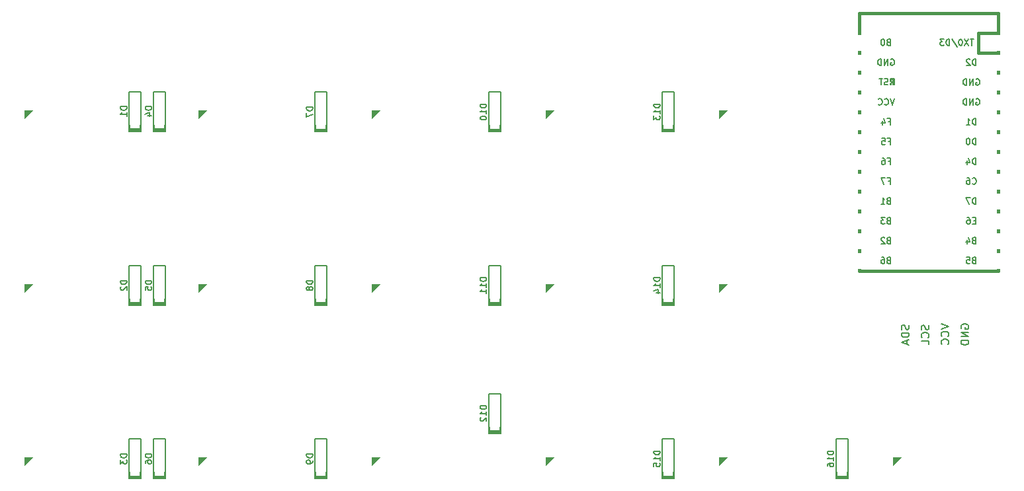
<source format=gbo>
G04 #@! TF.GenerationSoftware,KiCad,Pcbnew,(6.0.1-0)*
G04 #@! TF.CreationDate,2023-03-27T09:33:25-07:00*
G04 #@! TF.ProjectId,pcb-chocmini,7063622d-6368-46f6-936d-696e692e6b69,rev?*
G04 #@! TF.SameCoordinates,Original*
G04 #@! TF.FileFunction,Legend,Bot*
G04 #@! TF.FilePolarity,Positive*
%FSLAX46Y46*%
G04 Gerber Fmt 4.6, Leading zero omitted, Abs format (unit mm)*
G04 Created by KiCad (PCBNEW (6.0.1-0)) date 2023-03-27 09:33:25*
%MOMM*%
%LPD*%
G01*
G04 APERTURE LIST*
%ADD10C,0.150000*%
%ADD11C,0.100000*%
%ADD12C,0.381000*%
%ADD13R,1.752600X1.752600*%
%ADD14C,1.752600*%
%ADD15O,1.200000X1.600000*%
%ADD16R,1.700000X1.000000*%
%ADD17C,1.500000*%
%ADD18O,2.000000X3.200000*%
%ADD19R,2.000000X2.000000*%
%ADD20C,2.000000*%
%ADD21R,1.200000X1.600000*%
%ADD22R,1.600000X1.600000*%
%ADD23C,1.600000*%
%ADD24C,2.200000*%
%ADD25R,1.700000X1.700000*%
%ADD26O,1.700000X1.700000*%
%ADD27R,3.250000X2.000000*%
G04 APERTURE END LIST*
D10*
X157711904Y-66540671D02*
X156911904Y-66540671D01*
X156911904Y-66731147D01*
X156950000Y-66845433D01*
X157026190Y-66921623D01*
X157102380Y-66959719D01*
X157254761Y-66997814D01*
X157369047Y-66997814D01*
X157521428Y-66959719D01*
X157597619Y-66921623D01*
X157673809Y-66845433D01*
X157711904Y-66731147D01*
X157711904Y-66540671D01*
X157711904Y-67759719D02*
X157711904Y-67302576D01*
X157711904Y-67531147D02*
X156911904Y-67531147D01*
X157026190Y-67454957D01*
X157102380Y-67378766D01*
X157140476Y-67302576D01*
X156911904Y-68026385D02*
X156911904Y-68521623D01*
X157216666Y-68254957D01*
X157216666Y-68369242D01*
X157254761Y-68445433D01*
X157292857Y-68483528D01*
X157369047Y-68521623D01*
X157559523Y-68521623D01*
X157635714Y-68483528D01*
X157673809Y-68445433D01*
X157711904Y-68369242D01*
X157711904Y-68140671D01*
X157673809Y-68064480D01*
X157635714Y-68026385D01*
X92624404Y-66852873D02*
X91824404Y-66852873D01*
X91824404Y-67043350D01*
X91862500Y-67157635D01*
X91938690Y-67233826D01*
X92014880Y-67271921D01*
X92167261Y-67310016D01*
X92281547Y-67310016D01*
X92433928Y-67271921D01*
X92510119Y-67233826D01*
X92586309Y-67157635D01*
X92624404Y-67043350D01*
X92624404Y-66852873D01*
X92091071Y-67995730D02*
X92624404Y-67995730D01*
X91786309Y-67805254D02*
X92357738Y-67614778D01*
X92357738Y-68110016D01*
X92624404Y-111371623D02*
X91824404Y-111371623D01*
X91824404Y-111562100D01*
X91862500Y-111676385D01*
X91938690Y-111752576D01*
X92014880Y-111790671D01*
X92167261Y-111828766D01*
X92281547Y-111828766D01*
X92433928Y-111790671D01*
X92510119Y-111752576D01*
X92586309Y-111676385D01*
X92624404Y-111562100D01*
X92624404Y-111371623D01*
X91824404Y-112514480D02*
X91824404Y-112362100D01*
X91862500Y-112285909D01*
X91900595Y-112247814D01*
X92014880Y-112171623D01*
X92167261Y-112133528D01*
X92472023Y-112133528D01*
X92548214Y-112171623D01*
X92586309Y-112209719D01*
X92624404Y-112285909D01*
X92624404Y-112438290D01*
X92586309Y-112514480D01*
X92548214Y-112552576D01*
X92472023Y-112590671D01*
X92281547Y-112590671D01*
X92205357Y-112552576D01*
X92167261Y-112514480D01*
X92129166Y-112438290D01*
X92129166Y-112285909D01*
X92167261Y-112209719D01*
X92205357Y-112171623D01*
X92281547Y-112133528D01*
X113261904Y-111371623D02*
X112461904Y-111371623D01*
X112461904Y-111562100D01*
X112500000Y-111676385D01*
X112576190Y-111752576D01*
X112652380Y-111790671D01*
X112804761Y-111828766D01*
X112919047Y-111828766D01*
X113071428Y-111790671D01*
X113147619Y-111752576D01*
X113223809Y-111676385D01*
X113261904Y-111562100D01*
X113261904Y-111371623D01*
X113261904Y-112209719D02*
X113261904Y-112362100D01*
X113223809Y-112438290D01*
X113185714Y-112476385D01*
X113071428Y-112552576D01*
X112919047Y-112590671D01*
X112614285Y-112590671D01*
X112538095Y-112552576D01*
X112500000Y-112514480D01*
X112461904Y-112438290D01*
X112461904Y-112285909D01*
X112500000Y-112209719D01*
X112538095Y-112171623D01*
X112614285Y-112133528D01*
X112804761Y-112133528D01*
X112880952Y-112171623D01*
X112919047Y-112209719D01*
X112957142Y-112285909D01*
X112957142Y-112438290D01*
X112919047Y-112514480D01*
X112880952Y-112552576D01*
X112804761Y-112590671D01*
X113261904Y-66921623D02*
X112461904Y-66921623D01*
X112461904Y-67112100D01*
X112500000Y-67226385D01*
X112576190Y-67302576D01*
X112652380Y-67340671D01*
X112804761Y-67378766D01*
X112919047Y-67378766D01*
X113071428Y-67340671D01*
X113147619Y-67302576D01*
X113223809Y-67226385D01*
X113261904Y-67112100D01*
X113261904Y-66921623D01*
X112461904Y-67645433D02*
X112461904Y-68178766D01*
X113261904Y-67835909D01*
X113261904Y-89146623D02*
X112461904Y-89146623D01*
X112461904Y-89337100D01*
X112500000Y-89451385D01*
X112576190Y-89527576D01*
X112652380Y-89565671D01*
X112804761Y-89603766D01*
X112919047Y-89603766D01*
X113071428Y-89565671D01*
X113147619Y-89527576D01*
X113223809Y-89451385D01*
X113261904Y-89337100D01*
X113261904Y-89146623D01*
X112804761Y-90060909D02*
X112766666Y-89984719D01*
X112728571Y-89946623D01*
X112652380Y-89908528D01*
X112614285Y-89908528D01*
X112538095Y-89946623D01*
X112500000Y-89984719D01*
X112461904Y-90060909D01*
X112461904Y-90213290D01*
X112500000Y-90289480D01*
X112538095Y-90327576D01*
X112614285Y-90365671D01*
X112652380Y-90365671D01*
X112728571Y-90327576D01*
X112766666Y-90289480D01*
X112804761Y-90213290D01*
X112804761Y-90060909D01*
X112842857Y-89984719D01*
X112880952Y-89946623D01*
X112957142Y-89908528D01*
X113109523Y-89908528D01*
X113185714Y-89946623D01*
X113223809Y-89984719D01*
X113261904Y-90060909D01*
X113261904Y-90213290D01*
X113223809Y-90289480D01*
X113185714Y-90327576D01*
X113109523Y-90365671D01*
X112957142Y-90365671D01*
X112880952Y-90327576D01*
X112842857Y-90289480D01*
X112804761Y-90213290D01*
X135486904Y-66540671D02*
X134686904Y-66540671D01*
X134686904Y-66731147D01*
X134725000Y-66845433D01*
X134801190Y-66921623D01*
X134877380Y-66959719D01*
X135029761Y-66997814D01*
X135144047Y-66997814D01*
X135296428Y-66959719D01*
X135372619Y-66921623D01*
X135448809Y-66845433D01*
X135486904Y-66731147D01*
X135486904Y-66540671D01*
X135486904Y-67759719D02*
X135486904Y-67302576D01*
X135486904Y-67531147D02*
X134686904Y-67531147D01*
X134801190Y-67454957D01*
X134877380Y-67378766D01*
X134915476Y-67302576D01*
X134686904Y-68254957D02*
X134686904Y-68331147D01*
X134725000Y-68407338D01*
X134763095Y-68445433D01*
X134839285Y-68483528D01*
X134991666Y-68521623D01*
X135182142Y-68521623D01*
X135334523Y-68483528D01*
X135410714Y-68445433D01*
X135448809Y-68407338D01*
X135486904Y-68331147D01*
X135486904Y-68254957D01*
X135448809Y-68178766D01*
X135410714Y-68140671D01*
X135334523Y-68102576D01*
X135182142Y-68064480D01*
X134991666Y-68064480D01*
X134839285Y-68102576D01*
X134763095Y-68140671D01*
X134725000Y-68178766D01*
X134686904Y-68254957D01*
X92624404Y-89146623D02*
X91824404Y-89146623D01*
X91824404Y-89337100D01*
X91862500Y-89451385D01*
X91938690Y-89527576D01*
X92014880Y-89565671D01*
X92167261Y-89603766D01*
X92281547Y-89603766D01*
X92433928Y-89565671D01*
X92510119Y-89527576D01*
X92586309Y-89451385D01*
X92624404Y-89337100D01*
X92624404Y-89146623D01*
X91824404Y-90327576D02*
X91824404Y-89946623D01*
X92205357Y-89908528D01*
X92167261Y-89946623D01*
X92129166Y-90022814D01*
X92129166Y-90213290D01*
X92167261Y-90289480D01*
X92205357Y-90327576D01*
X92281547Y-90365671D01*
X92472023Y-90365671D01*
X92548214Y-90327576D01*
X92586309Y-90289480D01*
X92624404Y-90213290D01*
X92624404Y-90022814D01*
X92586309Y-89946623D01*
X92548214Y-89908528D01*
X196257500Y-95281845D02*
X196209880Y-95186607D01*
X196209880Y-95043750D01*
X196257500Y-94900892D01*
X196352738Y-94805654D01*
X196447976Y-94758035D01*
X196638452Y-94710416D01*
X196781309Y-94710416D01*
X196971785Y-94758035D01*
X197067023Y-94805654D01*
X197162261Y-94900892D01*
X197209880Y-95043750D01*
X197209880Y-95138988D01*
X197162261Y-95281845D01*
X197114642Y-95329464D01*
X196781309Y-95329464D01*
X196781309Y-95138988D01*
X197209880Y-95758035D02*
X196209880Y-95758035D01*
X197209880Y-96329464D01*
X196209880Y-96329464D01*
X197209880Y-96805654D02*
X196209880Y-96805654D01*
X196209880Y-97043750D01*
X196257500Y-97186607D01*
X196352738Y-97281845D01*
X196447976Y-97329464D01*
X196638452Y-97377083D01*
X196781309Y-97377083D01*
X196971785Y-97329464D01*
X197067023Y-97281845D01*
X197162261Y-97186607D01*
X197209880Y-97043750D01*
X197209880Y-96805654D01*
X192082261Y-94853273D02*
X192129880Y-94996130D01*
X192129880Y-95234226D01*
X192082261Y-95329464D01*
X192034642Y-95377083D01*
X191939404Y-95424702D01*
X191844166Y-95424702D01*
X191748928Y-95377083D01*
X191701309Y-95329464D01*
X191653690Y-95234226D01*
X191606071Y-95043750D01*
X191558452Y-94948511D01*
X191510833Y-94900892D01*
X191415595Y-94853273D01*
X191320357Y-94853273D01*
X191225119Y-94900892D01*
X191177500Y-94948511D01*
X191129880Y-95043750D01*
X191129880Y-95281845D01*
X191177500Y-95424702D01*
X192034642Y-96424702D02*
X192082261Y-96377083D01*
X192129880Y-96234226D01*
X192129880Y-96138988D01*
X192082261Y-95996130D01*
X191987023Y-95900892D01*
X191891785Y-95853273D01*
X191701309Y-95805654D01*
X191558452Y-95805654D01*
X191367976Y-95853273D01*
X191272738Y-95900892D01*
X191177500Y-95996130D01*
X191129880Y-96138988D01*
X191129880Y-96234226D01*
X191177500Y-96377083D01*
X191225119Y-96424702D01*
X192129880Y-97329464D02*
X192129880Y-96853273D01*
X191129880Y-96853273D01*
X193669880Y-94710416D02*
X194669880Y-95043750D01*
X193669880Y-95377083D01*
X194574642Y-96281845D02*
X194622261Y-96234226D01*
X194669880Y-96091369D01*
X194669880Y-95996130D01*
X194622261Y-95853273D01*
X194527023Y-95758035D01*
X194431785Y-95710416D01*
X194241309Y-95662797D01*
X194098452Y-95662797D01*
X193907976Y-95710416D01*
X193812738Y-95758035D01*
X193717500Y-95853273D01*
X193669880Y-95996130D01*
X193669880Y-96091369D01*
X193717500Y-96234226D01*
X193765119Y-96281845D01*
X194574642Y-97281845D02*
X194622261Y-97234226D01*
X194669880Y-97091369D01*
X194669880Y-96996130D01*
X194622261Y-96853273D01*
X194527023Y-96758035D01*
X194431785Y-96710416D01*
X194241309Y-96662797D01*
X194098452Y-96662797D01*
X193907976Y-96710416D01*
X193812738Y-96758035D01*
X193717500Y-96853273D01*
X193669880Y-96996130D01*
X193669880Y-97091369D01*
X193717500Y-97234226D01*
X193765119Y-97281845D01*
X189542261Y-94829464D02*
X189589880Y-94972321D01*
X189589880Y-95210416D01*
X189542261Y-95305654D01*
X189494642Y-95353273D01*
X189399404Y-95400892D01*
X189304166Y-95400892D01*
X189208928Y-95353273D01*
X189161309Y-95305654D01*
X189113690Y-95210416D01*
X189066071Y-95019940D01*
X189018452Y-94924702D01*
X188970833Y-94877083D01*
X188875595Y-94829464D01*
X188780357Y-94829464D01*
X188685119Y-94877083D01*
X188637500Y-94924702D01*
X188589880Y-95019940D01*
X188589880Y-95258035D01*
X188637500Y-95400892D01*
X189589880Y-95829464D02*
X188589880Y-95829464D01*
X188589880Y-96067559D01*
X188637500Y-96210416D01*
X188732738Y-96305654D01*
X188827976Y-96353273D01*
X189018452Y-96400892D01*
X189161309Y-96400892D01*
X189351785Y-96353273D01*
X189447023Y-96305654D01*
X189542261Y-96210416D01*
X189589880Y-96067559D01*
X189589880Y-95829464D01*
X189304166Y-96781845D02*
X189304166Y-97258035D01*
X189589880Y-96686607D02*
X188589880Y-97019940D01*
X189589880Y-97353273D01*
X135486904Y-105178171D02*
X134686904Y-105178171D01*
X134686904Y-105368647D01*
X134725000Y-105482933D01*
X134801190Y-105559123D01*
X134877380Y-105597219D01*
X135029761Y-105635314D01*
X135144047Y-105635314D01*
X135296428Y-105597219D01*
X135372619Y-105559123D01*
X135448809Y-105482933D01*
X135486904Y-105368647D01*
X135486904Y-105178171D01*
X135486904Y-106397219D02*
X135486904Y-105940076D01*
X135486904Y-106168647D02*
X134686904Y-106168647D01*
X134801190Y-106092457D01*
X134877380Y-106016266D01*
X134915476Y-105940076D01*
X134763095Y-106701980D02*
X134725000Y-106740076D01*
X134686904Y-106816266D01*
X134686904Y-107006742D01*
X134725000Y-107082933D01*
X134763095Y-107121028D01*
X134839285Y-107159123D01*
X134915476Y-107159123D01*
X135029761Y-107121028D01*
X135486904Y-106663885D01*
X135486904Y-107159123D01*
X157711904Y-110990671D02*
X156911904Y-110990671D01*
X156911904Y-111181147D01*
X156950000Y-111295433D01*
X157026190Y-111371623D01*
X157102380Y-111409719D01*
X157254761Y-111447814D01*
X157369047Y-111447814D01*
X157521428Y-111409719D01*
X157597619Y-111371623D01*
X157673809Y-111295433D01*
X157711904Y-111181147D01*
X157711904Y-110990671D01*
X157711904Y-112209719D02*
X157711904Y-111752576D01*
X157711904Y-111981147D02*
X156911904Y-111981147D01*
X157026190Y-111904957D01*
X157102380Y-111828766D01*
X157140476Y-111752576D01*
X156911904Y-112933528D02*
X156911904Y-112552576D01*
X157292857Y-112514480D01*
X157254761Y-112552576D01*
X157216666Y-112628766D01*
X157216666Y-112819242D01*
X157254761Y-112895433D01*
X157292857Y-112933528D01*
X157369047Y-112971623D01*
X157559523Y-112971623D01*
X157635714Y-112933528D01*
X157673809Y-112895433D01*
X157711904Y-112819242D01*
X157711904Y-112628766D01*
X157673809Y-112552576D01*
X157635714Y-112514480D01*
X89449404Y-89146623D02*
X88649404Y-89146623D01*
X88649404Y-89337100D01*
X88687500Y-89451385D01*
X88763690Y-89527576D01*
X88839880Y-89565671D01*
X88992261Y-89603766D01*
X89106547Y-89603766D01*
X89258928Y-89565671D01*
X89335119Y-89527576D01*
X89411309Y-89451385D01*
X89449404Y-89337100D01*
X89449404Y-89146623D01*
X88725595Y-89908528D02*
X88687500Y-89946623D01*
X88649404Y-90022814D01*
X88649404Y-90213290D01*
X88687500Y-90289480D01*
X88725595Y-90327576D01*
X88801785Y-90365671D01*
X88877976Y-90365671D01*
X88992261Y-90327576D01*
X89449404Y-89870433D01*
X89449404Y-90365671D01*
X157711904Y-88765671D02*
X156911904Y-88765671D01*
X156911904Y-88956147D01*
X156950000Y-89070433D01*
X157026190Y-89146623D01*
X157102380Y-89184719D01*
X157254761Y-89222814D01*
X157369047Y-89222814D01*
X157521428Y-89184719D01*
X157597619Y-89146623D01*
X157673809Y-89070433D01*
X157711904Y-88956147D01*
X157711904Y-88765671D01*
X157711904Y-89984719D02*
X157711904Y-89527576D01*
X157711904Y-89756147D02*
X156911904Y-89756147D01*
X157026190Y-89679957D01*
X157102380Y-89603766D01*
X157140476Y-89527576D01*
X157178571Y-90670433D02*
X157711904Y-90670433D01*
X156873809Y-90479957D02*
X157445238Y-90289480D01*
X157445238Y-90784719D01*
X89449404Y-111371623D02*
X88649404Y-111371623D01*
X88649404Y-111562100D01*
X88687500Y-111676385D01*
X88763690Y-111752576D01*
X88839880Y-111790671D01*
X88992261Y-111828766D01*
X89106547Y-111828766D01*
X89258928Y-111790671D01*
X89335119Y-111752576D01*
X89411309Y-111676385D01*
X89449404Y-111562100D01*
X89449404Y-111371623D01*
X88649404Y-112095433D02*
X88649404Y-112590671D01*
X88954166Y-112324004D01*
X88954166Y-112438290D01*
X88992261Y-112514480D01*
X89030357Y-112552576D01*
X89106547Y-112590671D01*
X89297023Y-112590671D01*
X89373214Y-112552576D01*
X89411309Y-112514480D01*
X89449404Y-112438290D01*
X89449404Y-112209719D01*
X89411309Y-112133528D01*
X89373214Y-112095433D01*
X179936904Y-110990671D02*
X179136904Y-110990671D01*
X179136904Y-111181147D01*
X179175000Y-111295433D01*
X179251190Y-111371623D01*
X179327380Y-111409719D01*
X179479761Y-111447814D01*
X179594047Y-111447814D01*
X179746428Y-111409719D01*
X179822619Y-111371623D01*
X179898809Y-111295433D01*
X179936904Y-111181147D01*
X179936904Y-110990671D01*
X179936904Y-112209719D02*
X179936904Y-111752576D01*
X179936904Y-111981147D02*
X179136904Y-111981147D01*
X179251190Y-111904957D01*
X179327380Y-111828766D01*
X179365476Y-111752576D01*
X179136904Y-112895433D02*
X179136904Y-112743052D01*
X179175000Y-112666861D01*
X179213095Y-112628766D01*
X179327380Y-112552576D01*
X179479761Y-112514480D01*
X179784523Y-112514480D01*
X179860714Y-112552576D01*
X179898809Y-112590671D01*
X179936904Y-112666861D01*
X179936904Y-112819242D01*
X179898809Y-112895433D01*
X179860714Y-112933528D01*
X179784523Y-112971623D01*
X179594047Y-112971623D01*
X179517857Y-112933528D01*
X179479761Y-112895433D01*
X179441666Y-112819242D01*
X179441666Y-112666861D01*
X179479761Y-112590671D01*
X179517857Y-112552576D01*
X179594047Y-112514480D01*
X89449404Y-66852873D02*
X88649404Y-66852873D01*
X88649404Y-67043350D01*
X88687500Y-67157635D01*
X88763690Y-67233826D01*
X88839880Y-67271921D01*
X88992261Y-67310016D01*
X89106547Y-67310016D01*
X89258928Y-67271921D01*
X89335119Y-67233826D01*
X89411309Y-67157635D01*
X89449404Y-67043350D01*
X89449404Y-66852873D01*
X89449404Y-68071921D02*
X89449404Y-67614778D01*
X89449404Y-67843350D02*
X88649404Y-67843350D01*
X88763690Y-67767159D01*
X88839880Y-67690969D01*
X88877976Y-67614778D01*
X135486904Y-88765671D02*
X134686904Y-88765671D01*
X134686904Y-88956147D01*
X134725000Y-89070433D01*
X134801190Y-89146623D01*
X134877380Y-89184719D01*
X135029761Y-89222814D01*
X135144047Y-89222814D01*
X135296428Y-89184719D01*
X135372619Y-89146623D01*
X135448809Y-89070433D01*
X135486904Y-88956147D01*
X135486904Y-88765671D01*
X135486904Y-89984719D02*
X135486904Y-89527576D01*
X135486904Y-89756147D02*
X134686904Y-89756147D01*
X134801190Y-89679957D01*
X134877380Y-89603766D01*
X134915476Y-89527576D01*
X135486904Y-90746623D02*
X135486904Y-90289480D01*
X135486904Y-90518052D02*
X134686904Y-90518052D01*
X134801190Y-90441861D01*
X134877380Y-90365671D01*
X134915476Y-90289480D01*
X198158023Y-65880500D02*
X198234214Y-65842404D01*
X198348500Y-65842404D01*
X198462785Y-65880500D01*
X198538976Y-65956690D01*
X198577071Y-66032880D01*
X198615166Y-66185261D01*
X198615166Y-66299547D01*
X198577071Y-66451928D01*
X198538976Y-66528119D01*
X198462785Y-66604309D01*
X198348500Y-66642404D01*
X198272309Y-66642404D01*
X198158023Y-66604309D01*
X198119928Y-66566214D01*
X198119928Y-66299547D01*
X198272309Y-66299547D01*
X197777071Y-66642404D02*
X197777071Y-65842404D01*
X197319928Y-66642404D01*
X197319928Y-65842404D01*
X196938976Y-66642404D02*
X196938976Y-65842404D01*
X196748500Y-65842404D01*
X196634214Y-65880500D01*
X196558023Y-65956690D01*
X196519928Y-66032880D01*
X196481833Y-66185261D01*
X196481833Y-66299547D01*
X196519928Y-66451928D01*
X196558023Y-66528119D01*
X196634214Y-66604309D01*
X196748500Y-66642404D01*
X196938976Y-66642404D01*
X198158023Y-63340500D02*
X198234214Y-63302404D01*
X198348500Y-63302404D01*
X198462785Y-63340500D01*
X198538976Y-63416690D01*
X198577071Y-63492880D01*
X198615166Y-63645261D01*
X198615166Y-63759547D01*
X198577071Y-63911928D01*
X198538976Y-63988119D01*
X198462785Y-64064309D01*
X198348500Y-64102404D01*
X198272309Y-64102404D01*
X198158023Y-64064309D01*
X198119928Y-64026214D01*
X198119928Y-63759547D01*
X198272309Y-63759547D01*
X197777071Y-64102404D02*
X197777071Y-63302404D01*
X197319928Y-64102404D01*
X197319928Y-63302404D01*
X196938976Y-64102404D02*
X196938976Y-63302404D01*
X196748500Y-63302404D01*
X196634214Y-63340500D01*
X196558023Y-63416690D01*
X196519928Y-63492880D01*
X196481833Y-63645261D01*
X196481833Y-63759547D01*
X196519928Y-63911928D01*
X196558023Y-63988119D01*
X196634214Y-64064309D01*
X196748500Y-64102404D01*
X196938976Y-64102404D01*
X197849848Y-58222404D02*
X197392705Y-58222404D01*
X197621276Y-59022404D02*
X197621276Y-58222404D01*
X197202229Y-58222404D02*
X196668895Y-59022404D01*
X196668895Y-58222404D02*
X197202229Y-59022404D01*
X196211752Y-58222404D02*
X196135562Y-58222404D01*
X196059372Y-58260500D01*
X196021276Y-58298595D01*
X195983181Y-58374785D01*
X195945086Y-58527166D01*
X195945086Y-58717642D01*
X195983181Y-58870023D01*
X196021276Y-58946214D01*
X196059372Y-58984309D01*
X196135562Y-59022404D01*
X196211752Y-59022404D01*
X196287943Y-58984309D01*
X196326038Y-58946214D01*
X196364133Y-58870023D01*
X196402229Y-58717642D01*
X196402229Y-58527166D01*
X196364133Y-58374785D01*
X196326038Y-58298595D01*
X196287943Y-58260500D01*
X196211752Y-58222404D01*
X195030800Y-58184309D02*
X195716514Y-59212880D01*
X194764133Y-59022404D02*
X194764133Y-58222404D01*
X194573657Y-58222404D01*
X194459372Y-58260500D01*
X194383181Y-58336690D01*
X194345086Y-58412880D01*
X194306991Y-58565261D01*
X194306991Y-58679547D01*
X194345086Y-58831928D01*
X194383181Y-58908119D01*
X194459372Y-58984309D01*
X194573657Y-59022404D01*
X194764133Y-59022404D01*
X194040324Y-58222404D02*
X193545086Y-58222404D01*
X193811752Y-58527166D01*
X193697467Y-58527166D01*
X193621276Y-58565261D01*
X193583181Y-58603357D01*
X193545086Y-58679547D01*
X193545086Y-58870023D01*
X193583181Y-58946214D01*
X193621276Y-58984309D01*
X193697467Y-59022404D01*
X193926038Y-59022404D01*
X194002229Y-58984309D01*
X194040324Y-58946214D01*
X198138976Y-74262404D02*
X198138976Y-73462404D01*
X197948500Y-73462404D01*
X197834214Y-73500500D01*
X197758023Y-73576690D01*
X197719928Y-73652880D01*
X197681833Y-73805261D01*
X197681833Y-73919547D01*
X197719928Y-74071928D01*
X197758023Y-74148119D01*
X197834214Y-74224309D01*
X197948500Y-74262404D01*
X198138976Y-74262404D01*
X196996119Y-73729071D02*
X196996119Y-74262404D01*
X197186595Y-73424309D02*
X197377071Y-73995738D01*
X196881833Y-73995738D01*
X198138976Y-79342404D02*
X198138976Y-78542404D01*
X197948500Y-78542404D01*
X197834214Y-78580500D01*
X197758023Y-78656690D01*
X197719928Y-78732880D01*
X197681833Y-78885261D01*
X197681833Y-78999547D01*
X197719928Y-79151928D01*
X197758023Y-79228119D01*
X197834214Y-79304309D01*
X197948500Y-79342404D01*
X198138976Y-79342404D01*
X197415166Y-78542404D02*
X196881833Y-78542404D01*
X197224690Y-79342404D01*
X197872309Y-84003357D02*
X197758023Y-84041452D01*
X197719928Y-84079547D01*
X197681833Y-84155738D01*
X197681833Y-84270023D01*
X197719928Y-84346214D01*
X197758023Y-84384309D01*
X197834214Y-84422404D01*
X198138976Y-84422404D01*
X198138976Y-83622404D01*
X197872309Y-83622404D01*
X197796119Y-83660500D01*
X197758023Y-83698595D01*
X197719928Y-83774785D01*
X197719928Y-83850976D01*
X197758023Y-83927166D01*
X197796119Y-83965261D01*
X197872309Y-84003357D01*
X198138976Y-84003357D01*
X196996119Y-83889071D02*
X196996119Y-84422404D01*
X197186595Y-83584309D02*
X197377071Y-84155738D01*
X196881833Y-84155738D01*
X186950309Y-84003357D02*
X186836023Y-84041452D01*
X186797928Y-84079547D01*
X186759833Y-84155738D01*
X186759833Y-84270023D01*
X186797928Y-84346214D01*
X186836023Y-84384309D01*
X186912214Y-84422404D01*
X187216976Y-84422404D01*
X187216976Y-83622404D01*
X186950309Y-83622404D01*
X186874119Y-83660500D01*
X186836023Y-83698595D01*
X186797928Y-83774785D01*
X186797928Y-83850976D01*
X186836023Y-83927166D01*
X186874119Y-83965261D01*
X186950309Y-84003357D01*
X187216976Y-84003357D01*
X186455071Y-83698595D02*
X186416976Y-83660500D01*
X186340785Y-83622404D01*
X186150309Y-83622404D01*
X186074119Y-83660500D01*
X186036023Y-83698595D01*
X185997928Y-83774785D01*
X185997928Y-83850976D01*
X186036023Y-83965261D01*
X186493166Y-84422404D01*
X185997928Y-84422404D01*
X186893166Y-76383357D02*
X187159833Y-76383357D01*
X187159833Y-76802404D02*
X187159833Y-76002404D01*
X186778880Y-76002404D01*
X186550309Y-76002404D02*
X186016976Y-76002404D01*
X186359833Y-76802404D01*
X198138976Y-71722404D02*
X198138976Y-70922404D01*
X197948500Y-70922404D01*
X197834214Y-70960500D01*
X197758023Y-71036690D01*
X197719928Y-71112880D01*
X197681833Y-71265261D01*
X197681833Y-71379547D01*
X197719928Y-71531928D01*
X197758023Y-71608119D01*
X197834214Y-71684309D01*
X197948500Y-71722404D01*
X198138976Y-71722404D01*
X197186595Y-70922404D02*
X197110404Y-70922404D01*
X197034214Y-70960500D01*
X196996119Y-70998595D01*
X196958023Y-71074785D01*
X196919928Y-71227166D01*
X196919928Y-71417642D01*
X196958023Y-71570023D01*
X196996119Y-71646214D01*
X197034214Y-71684309D01*
X197110404Y-71722404D01*
X197186595Y-71722404D01*
X197262785Y-71684309D01*
X197300880Y-71646214D01*
X197338976Y-71570023D01*
X197377071Y-71417642D01*
X197377071Y-71227166D01*
X197338976Y-71074785D01*
X197300880Y-70998595D01*
X197262785Y-70960500D01*
X197186595Y-70922404D01*
X197681833Y-76726214D02*
X197719928Y-76764309D01*
X197834214Y-76802404D01*
X197910404Y-76802404D01*
X198024690Y-76764309D01*
X198100880Y-76688119D01*
X198138976Y-76611928D01*
X198177071Y-76459547D01*
X198177071Y-76345261D01*
X198138976Y-76192880D01*
X198100880Y-76116690D01*
X198024690Y-76040500D01*
X197910404Y-76002404D01*
X197834214Y-76002404D01*
X197719928Y-76040500D01*
X197681833Y-76078595D01*
X196996119Y-76002404D02*
X197148500Y-76002404D01*
X197224690Y-76040500D01*
X197262785Y-76078595D01*
X197338976Y-76192880D01*
X197377071Y-76345261D01*
X197377071Y-76650023D01*
X197338976Y-76726214D01*
X197300880Y-76764309D01*
X197224690Y-76802404D01*
X197072309Y-76802404D01*
X196996119Y-76764309D01*
X196958023Y-76726214D01*
X196919928Y-76650023D01*
X196919928Y-76459547D01*
X196958023Y-76383357D01*
X196996119Y-76345261D01*
X197072309Y-76307166D01*
X197224690Y-76307166D01*
X197300880Y-76345261D01*
X197338976Y-76383357D01*
X197377071Y-76459547D01*
X186887713Y-64034309D02*
X186773427Y-64072404D01*
X186582951Y-64072404D01*
X186506760Y-64034309D01*
X186468665Y-63996214D01*
X186430570Y-63920023D01*
X186430570Y-63843833D01*
X186468665Y-63767642D01*
X186506760Y-63729547D01*
X186582951Y-63691452D01*
X186735332Y-63653357D01*
X186811522Y-63615261D01*
X186849618Y-63577166D01*
X186887713Y-63500976D01*
X186887713Y-63424785D01*
X186849618Y-63348595D01*
X186811522Y-63310500D01*
X186735332Y-63272404D01*
X186544856Y-63272404D01*
X186430570Y-63310500D01*
X186201999Y-63272404D02*
X185744856Y-63272404D01*
X185973427Y-64072404D02*
X185973427Y-63272404D01*
X186893166Y-73843357D02*
X187159833Y-73843357D01*
X187159833Y-74262404D02*
X187159833Y-73462404D01*
X186778880Y-73462404D01*
X186131261Y-73462404D02*
X186283642Y-73462404D01*
X186359833Y-73500500D01*
X186397928Y-73538595D01*
X186474119Y-73652880D01*
X186512214Y-73805261D01*
X186512214Y-74110023D01*
X186474119Y-74186214D01*
X186436023Y-74224309D01*
X186359833Y-74262404D01*
X186207452Y-74262404D01*
X186131261Y-74224309D01*
X186093166Y-74186214D01*
X186055071Y-74110023D01*
X186055071Y-73919547D01*
X186093166Y-73843357D01*
X186131261Y-73805261D01*
X186207452Y-73767166D01*
X186359833Y-73767166D01*
X186436023Y-73805261D01*
X186474119Y-73843357D01*
X186512214Y-73919547D01*
X186950309Y-81463357D02*
X186836023Y-81501452D01*
X186797928Y-81539547D01*
X186759833Y-81615738D01*
X186759833Y-81730023D01*
X186797928Y-81806214D01*
X186836023Y-81844309D01*
X186912214Y-81882404D01*
X187216976Y-81882404D01*
X187216976Y-81082404D01*
X186950309Y-81082404D01*
X186874119Y-81120500D01*
X186836023Y-81158595D01*
X186797928Y-81234785D01*
X186797928Y-81310976D01*
X186836023Y-81387166D01*
X186874119Y-81425261D01*
X186950309Y-81463357D01*
X187216976Y-81463357D01*
X186493166Y-81082404D02*
X185997928Y-81082404D01*
X186264595Y-81387166D01*
X186150309Y-81387166D01*
X186074119Y-81425261D01*
X186036023Y-81463357D01*
X185997928Y-81539547D01*
X185997928Y-81730023D01*
X186036023Y-81806214D01*
X186074119Y-81844309D01*
X186150309Y-81882404D01*
X186378880Y-81882404D01*
X186455071Y-81844309D01*
X186493166Y-81806214D01*
X187693166Y-65842404D02*
X187426500Y-66642404D01*
X187159833Y-65842404D01*
X186436023Y-66566214D02*
X186474119Y-66604309D01*
X186588404Y-66642404D01*
X186664595Y-66642404D01*
X186778880Y-66604309D01*
X186855071Y-66528119D01*
X186893166Y-66451928D01*
X186931261Y-66299547D01*
X186931261Y-66185261D01*
X186893166Y-66032880D01*
X186855071Y-65956690D01*
X186778880Y-65880500D01*
X186664595Y-65842404D01*
X186588404Y-65842404D01*
X186474119Y-65880500D01*
X186436023Y-65918595D01*
X185636023Y-66566214D02*
X185674119Y-66604309D01*
X185788404Y-66642404D01*
X185864595Y-66642404D01*
X185978880Y-66604309D01*
X186055071Y-66528119D01*
X186093166Y-66451928D01*
X186131261Y-66299547D01*
X186131261Y-66185261D01*
X186093166Y-66032880D01*
X186055071Y-65956690D01*
X185978880Y-65880500D01*
X185864595Y-65842404D01*
X185788404Y-65842404D01*
X185674119Y-65880500D01*
X185636023Y-65918595D01*
X198100880Y-81463357D02*
X197834214Y-81463357D01*
X197719928Y-81882404D02*
X198100880Y-81882404D01*
X198100880Y-81082404D01*
X197719928Y-81082404D01*
X197034214Y-81082404D02*
X197186595Y-81082404D01*
X197262785Y-81120500D01*
X197300880Y-81158595D01*
X197377071Y-81272880D01*
X197415166Y-81425261D01*
X197415166Y-81730023D01*
X197377071Y-81806214D01*
X197338976Y-81844309D01*
X197262785Y-81882404D01*
X197110404Y-81882404D01*
X197034214Y-81844309D01*
X196996119Y-81806214D01*
X196958023Y-81730023D01*
X196958023Y-81539547D01*
X196996119Y-81463357D01*
X197034214Y-81425261D01*
X197110404Y-81387166D01*
X197262785Y-81387166D01*
X197338976Y-81425261D01*
X197377071Y-81463357D01*
X197415166Y-81539547D01*
X186893166Y-68763357D02*
X187159833Y-68763357D01*
X187159833Y-69182404D02*
X187159833Y-68382404D01*
X186778880Y-68382404D01*
X186131261Y-68649071D02*
X186131261Y-69182404D01*
X186321738Y-68344309D02*
X186512214Y-68915738D01*
X186016976Y-68915738D01*
X198138976Y-69182404D02*
X198138976Y-68382404D01*
X197948500Y-68382404D01*
X197834214Y-68420500D01*
X197758023Y-68496690D01*
X197719928Y-68572880D01*
X197681833Y-68725261D01*
X197681833Y-68839547D01*
X197719928Y-68991928D01*
X197758023Y-69068119D01*
X197834214Y-69144309D01*
X197948500Y-69182404D01*
X198138976Y-69182404D01*
X196919928Y-69182404D02*
X197377071Y-69182404D01*
X197148500Y-69182404D02*
X197148500Y-68382404D01*
X197224690Y-68496690D01*
X197300880Y-68572880D01*
X197377071Y-68610976D01*
X197872309Y-86543357D02*
X197758023Y-86581452D01*
X197719928Y-86619547D01*
X197681833Y-86695738D01*
X197681833Y-86810023D01*
X197719928Y-86886214D01*
X197758023Y-86924309D01*
X197834214Y-86962404D01*
X198138976Y-86962404D01*
X198138976Y-86162404D01*
X197872309Y-86162404D01*
X197796119Y-86200500D01*
X197758023Y-86238595D01*
X197719928Y-86314785D01*
X197719928Y-86390976D01*
X197758023Y-86467166D01*
X197796119Y-86505261D01*
X197872309Y-86543357D01*
X198138976Y-86543357D01*
X196958023Y-86162404D02*
X197338976Y-86162404D01*
X197377071Y-86543357D01*
X197338976Y-86505261D01*
X197262785Y-86467166D01*
X197072309Y-86467166D01*
X196996119Y-86505261D01*
X196958023Y-86543357D01*
X196919928Y-86619547D01*
X196919928Y-86810023D01*
X196958023Y-86886214D01*
X196996119Y-86924309D01*
X197072309Y-86962404D01*
X197262785Y-86962404D01*
X197338976Y-86924309D01*
X197377071Y-86886214D01*
X187236023Y-60800500D02*
X187312214Y-60762404D01*
X187426500Y-60762404D01*
X187540785Y-60800500D01*
X187616976Y-60876690D01*
X187655071Y-60952880D01*
X187693166Y-61105261D01*
X187693166Y-61219547D01*
X187655071Y-61371928D01*
X187616976Y-61448119D01*
X187540785Y-61524309D01*
X187426500Y-61562404D01*
X187350309Y-61562404D01*
X187236023Y-61524309D01*
X187197928Y-61486214D01*
X187197928Y-61219547D01*
X187350309Y-61219547D01*
X186855071Y-61562404D02*
X186855071Y-60762404D01*
X186397928Y-61562404D01*
X186397928Y-60762404D01*
X186016976Y-61562404D02*
X186016976Y-60762404D01*
X185826500Y-60762404D01*
X185712214Y-60800500D01*
X185636023Y-60876690D01*
X185597928Y-60952880D01*
X185559833Y-61105261D01*
X185559833Y-61219547D01*
X185597928Y-61371928D01*
X185636023Y-61448119D01*
X185712214Y-61524309D01*
X185826500Y-61562404D01*
X186016976Y-61562404D01*
X186950309Y-58603357D02*
X186836023Y-58641452D01*
X186797928Y-58679547D01*
X186759833Y-58755738D01*
X186759833Y-58870023D01*
X186797928Y-58946214D01*
X186836023Y-58984309D01*
X186912214Y-59022404D01*
X187216976Y-59022404D01*
X187216976Y-58222404D01*
X186950309Y-58222404D01*
X186874119Y-58260500D01*
X186836023Y-58298595D01*
X186797928Y-58374785D01*
X186797928Y-58450976D01*
X186836023Y-58527166D01*
X186874119Y-58565261D01*
X186950309Y-58603357D01*
X187216976Y-58603357D01*
X186264595Y-58222404D02*
X186188404Y-58222404D01*
X186112214Y-58260500D01*
X186074119Y-58298595D01*
X186036023Y-58374785D01*
X185997928Y-58527166D01*
X185997928Y-58717642D01*
X186036023Y-58870023D01*
X186074119Y-58946214D01*
X186112214Y-58984309D01*
X186188404Y-59022404D01*
X186264595Y-59022404D01*
X186340785Y-58984309D01*
X186378880Y-58946214D01*
X186416976Y-58870023D01*
X186455071Y-58717642D01*
X186455071Y-58527166D01*
X186416976Y-58374785D01*
X186378880Y-58298595D01*
X186340785Y-58260500D01*
X186264595Y-58222404D01*
X186950309Y-86543357D02*
X186836023Y-86581452D01*
X186797928Y-86619547D01*
X186759833Y-86695738D01*
X186759833Y-86810023D01*
X186797928Y-86886214D01*
X186836023Y-86924309D01*
X186912214Y-86962404D01*
X187216976Y-86962404D01*
X187216976Y-86162404D01*
X186950309Y-86162404D01*
X186874119Y-86200500D01*
X186836023Y-86238595D01*
X186797928Y-86314785D01*
X186797928Y-86390976D01*
X186836023Y-86467166D01*
X186874119Y-86505261D01*
X186950309Y-86543357D01*
X187216976Y-86543357D01*
X186074119Y-86162404D02*
X186226500Y-86162404D01*
X186302690Y-86200500D01*
X186340785Y-86238595D01*
X186416976Y-86352880D01*
X186455071Y-86505261D01*
X186455071Y-86810023D01*
X186416976Y-86886214D01*
X186378880Y-86924309D01*
X186302690Y-86962404D01*
X186150309Y-86962404D01*
X186074119Y-86924309D01*
X186036023Y-86886214D01*
X185997928Y-86810023D01*
X185997928Y-86619547D01*
X186036023Y-86543357D01*
X186074119Y-86505261D01*
X186150309Y-86467166D01*
X186302690Y-86467166D01*
X186378880Y-86505261D01*
X186416976Y-86543357D01*
X186455071Y-86619547D01*
X186950309Y-78923357D02*
X186836023Y-78961452D01*
X186797928Y-78999547D01*
X186759833Y-79075738D01*
X186759833Y-79190023D01*
X186797928Y-79266214D01*
X186836023Y-79304309D01*
X186912214Y-79342404D01*
X187216976Y-79342404D01*
X187216976Y-78542404D01*
X186950309Y-78542404D01*
X186874119Y-78580500D01*
X186836023Y-78618595D01*
X186797928Y-78694785D01*
X186797928Y-78770976D01*
X186836023Y-78847166D01*
X186874119Y-78885261D01*
X186950309Y-78923357D01*
X187216976Y-78923357D01*
X185997928Y-79342404D02*
X186455071Y-79342404D01*
X186226500Y-79342404D02*
X186226500Y-78542404D01*
X186302690Y-78656690D01*
X186378880Y-78732880D01*
X186455071Y-78770976D01*
X198138976Y-61562404D02*
X198138976Y-60762404D01*
X197948500Y-60762404D01*
X197834214Y-60800500D01*
X197758023Y-60876690D01*
X197719928Y-60952880D01*
X197681833Y-61105261D01*
X197681833Y-61219547D01*
X197719928Y-61371928D01*
X197758023Y-61448119D01*
X197834214Y-61524309D01*
X197948500Y-61562404D01*
X198138976Y-61562404D01*
X197377071Y-60838595D02*
X197338976Y-60800500D01*
X197262785Y-60762404D01*
X197072309Y-60762404D01*
X196996119Y-60800500D01*
X196958023Y-60838595D01*
X196919928Y-60914785D01*
X196919928Y-60990976D01*
X196958023Y-61105261D01*
X197415166Y-61562404D01*
X196919928Y-61562404D01*
X186893166Y-71303357D02*
X187159833Y-71303357D01*
X187159833Y-71722404D02*
X187159833Y-70922404D01*
X186778880Y-70922404D01*
X186093166Y-70922404D02*
X186474119Y-70922404D01*
X186512214Y-71303357D01*
X186474119Y-71265261D01*
X186397928Y-71227166D01*
X186207452Y-71227166D01*
X186131261Y-71265261D01*
X186093166Y-71303357D01*
X186055071Y-71379547D01*
X186055071Y-71570023D01*
X186093166Y-71646214D01*
X186131261Y-71684309D01*
X186207452Y-71722404D01*
X186397928Y-71722404D01*
X186474119Y-71684309D01*
X186512214Y-71646214D01*
D11*
X120848500Y-112807750D02*
X120848500Y-111791750D01*
X120848500Y-111791750D02*
X121856500Y-111791750D01*
X121856500Y-111791750D02*
X120848500Y-112807750D01*
G36*
X120848500Y-112807750D02*
G01*
X120848500Y-111791750D01*
X121856500Y-111791750D01*
X120848500Y-112807750D01*
G37*
X120848500Y-112807750D02*
X120848500Y-111791750D01*
X121856500Y-111791750D01*
X120848500Y-112807750D01*
X76398500Y-112807750D02*
X76398500Y-111791750D01*
X76398500Y-111791750D02*
X77406500Y-111791750D01*
X77406500Y-111791750D02*
X76398500Y-112807750D01*
G36*
X76398500Y-112807750D02*
G01*
X76398500Y-111791750D01*
X77406500Y-111791750D01*
X76398500Y-112807750D01*
G37*
X76398500Y-112807750D02*
X76398500Y-111791750D01*
X77406500Y-111791750D01*
X76398500Y-112807750D01*
X98623500Y-90582750D02*
X98623500Y-89566750D01*
X98623500Y-89566750D02*
X99631500Y-89566750D01*
X99631500Y-89566750D02*
X98623500Y-90582750D01*
G36*
X98623500Y-90582750D02*
G01*
X98623500Y-89566750D01*
X99631500Y-89566750D01*
X98623500Y-90582750D01*
G37*
X98623500Y-90582750D02*
X98623500Y-89566750D01*
X99631500Y-89566750D01*
X98623500Y-90582750D01*
X165298500Y-112807750D02*
X165298500Y-111791750D01*
X165298500Y-111791750D02*
X166306500Y-111791750D01*
X166306500Y-111791750D02*
X165298500Y-112807750D01*
G36*
X165298500Y-112807750D02*
G01*
X165298500Y-111791750D01*
X166306500Y-111791750D01*
X165298500Y-112807750D01*
G37*
X165298500Y-112807750D02*
X165298500Y-111791750D01*
X166306500Y-111791750D01*
X165298500Y-112807750D01*
X165298500Y-68357750D02*
X165298500Y-67341750D01*
X165298500Y-67341750D02*
X166306500Y-67341750D01*
X166306500Y-67341750D02*
X165298500Y-68357750D01*
G36*
X165298500Y-68357750D02*
G01*
X165298500Y-67341750D01*
X166306500Y-67341750D01*
X165298500Y-68357750D01*
G37*
X165298500Y-68357750D02*
X165298500Y-67341750D01*
X166306500Y-67341750D01*
X165298500Y-68357750D01*
X165298500Y-90582750D02*
X165298500Y-89566750D01*
X165298500Y-89566750D02*
X166306500Y-89566750D01*
X166306500Y-89566750D02*
X165298500Y-90582750D01*
G36*
X165298500Y-90582750D02*
G01*
X165298500Y-89566750D01*
X166306500Y-89566750D01*
X165298500Y-90582750D01*
G37*
X165298500Y-90582750D02*
X165298500Y-89566750D01*
X166306500Y-89566750D01*
X165298500Y-90582750D01*
X98623500Y-112807750D02*
X98623500Y-111791750D01*
X98623500Y-111791750D02*
X99631500Y-111791750D01*
X99631500Y-111791750D02*
X98623500Y-112807750D01*
G36*
X98623500Y-112807750D02*
G01*
X98623500Y-111791750D01*
X99631500Y-111791750D01*
X98623500Y-112807750D01*
G37*
X98623500Y-112807750D02*
X98623500Y-111791750D01*
X99631500Y-111791750D01*
X98623500Y-112807750D01*
X187523500Y-112807750D02*
X187523500Y-111791750D01*
X187523500Y-111791750D02*
X188531500Y-111791750D01*
X188531500Y-111791750D02*
X187523500Y-112807750D01*
G36*
X187523500Y-112807750D02*
G01*
X187523500Y-111791750D01*
X188531500Y-111791750D01*
X187523500Y-112807750D01*
G37*
X187523500Y-112807750D02*
X187523500Y-111791750D01*
X188531500Y-111791750D01*
X187523500Y-112807750D01*
X143073500Y-90582750D02*
X143073500Y-89566750D01*
X143073500Y-89566750D02*
X144081500Y-89566750D01*
X144081500Y-89566750D02*
X143073500Y-90582750D01*
G36*
X143073500Y-90582750D02*
G01*
X143073500Y-89566750D01*
X144081500Y-89566750D01*
X143073500Y-90582750D01*
G37*
X143073500Y-90582750D02*
X143073500Y-89566750D01*
X144081500Y-89566750D01*
X143073500Y-90582750D01*
X143073500Y-112807750D02*
X143073500Y-111791750D01*
X143073500Y-111791750D02*
X144081500Y-111791750D01*
X144081500Y-111791750D02*
X143073500Y-112807750D01*
G36*
X143073500Y-112807750D02*
G01*
X143073500Y-111791750D01*
X144081500Y-111791750D01*
X143073500Y-112807750D01*
G37*
X143073500Y-112807750D02*
X143073500Y-111791750D01*
X144081500Y-111791750D01*
X143073500Y-112807750D01*
X76398500Y-90582750D02*
X76398500Y-89566750D01*
X76398500Y-89566750D02*
X77406500Y-89566750D01*
X77406500Y-89566750D02*
X76398500Y-90582750D01*
G36*
X76398500Y-90582750D02*
G01*
X76398500Y-89566750D01*
X77406500Y-89566750D01*
X76398500Y-90582750D01*
G37*
X76398500Y-90582750D02*
X76398500Y-89566750D01*
X77406500Y-89566750D01*
X76398500Y-90582750D01*
X76398500Y-68357750D02*
X76398500Y-67341750D01*
X76398500Y-67341750D02*
X77406500Y-67341750D01*
X77406500Y-67341750D02*
X76398500Y-68357750D01*
G36*
X76398500Y-68357750D02*
G01*
X76398500Y-67341750D01*
X77406500Y-67341750D01*
X76398500Y-68357750D01*
G37*
X76398500Y-68357750D02*
X76398500Y-67341750D01*
X77406500Y-67341750D01*
X76398500Y-68357750D01*
X98623500Y-68357750D02*
X98623500Y-67341750D01*
X98623500Y-67341750D02*
X99631500Y-67341750D01*
X99631500Y-67341750D02*
X98623500Y-68357750D01*
G36*
X98623500Y-68357750D02*
G01*
X98623500Y-67341750D01*
X99631500Y-67341750D01*
X98623500Y-68357750D01*
G37*
X98623500Y-68357750D02*
X98623500Y-67341750D01*
X99631500Y-67341750D01*
X98623500Y-68357750D01*
X143073500Y-68357750D02*
X143073500Y-67341750D01*
X143073500Y-67341750D02*
X144081500Y-67341750D01*
X144081500Y-67341750D02*
X143073500Y-68357750D01*
G36*
X143073500Y-68357750D02*
G01*
X143073500Y-67341750D01*
X144081500Y-67341750D01*
X143073500Y-68357750D01*
G37*
X143073500Y-68357750D02*
X143073500Y-67341750D01*
X144081500Y-67341750D01*
X143073500Y-68357750D01*
X120848500Y-90582750D02*
X120848500Y-89566750D01*
X120848500Y-89566750D02*
X121856500Y-89566750D01*
X121856500Y-89566750D02*
X120848500Y-90582750D01*
G36*
X120848500Y-90582750D02*
G01*
X120848500Y-89566750D01*
X121856500Y-89566750D01*
X120848500Y-90582750D01*
G37*
X120848500Y-90582750D02*
X120848500Y-89566750D01*
X121856500Y-89566750D01*
X120848500Y-90582750D01*
X120848500Y-68357750D02*
X120848500Y-67341750D01*
X120848500Y-67341750D02*
X121856500Y-67341750D01*
X121856500Y-67341750D02*
X120848500Y-68357750D01*
G36*
X120848500Y-68357750D02*
G01*
X120848500Y-67341750D01*
X121856500Y-67341750D01*
X120848500Y-68357750D01*
G37*
X120848500Y-68357750D02*
X120848500Y-67341750D01*
X121856500Y-67341750D01*
X120848500Y-68357750D01*
D10*
X157988000Y-69950500D02*
X159512000Y-69950500D01*
X159512000Y-69569500D02*
X157988000Y-69569500D01*
X157988000Y-64997500D02*
X157988000Y-70077500D01*
X159512000Y-69823500D02*
X157988000Y-69823500D01*
X157988000Y-69696500D02*
X159512000Y-69696500D01*
X157988000Y-70077500D02*
X159512000Y-70077500D01*
X159512000Y-64997500D02*
X157988000Y-64997500D01*
X157988000Y-69315500D02*
X159512000Y-69315500D01*
X159512000Y-70077500D02*
X159512000Y-64997500D01*
X157988000Y-69442500D02*
X159512000Y-69442500D01*
X94424500Y-70008750D02*
X94424500Y-64928750D01*
X92900500Y-64928750D02*
X92900500Y-70008750D01*
X94424500Y-69754750D02*
X92900500Y-69754750D01*
X92900500Y-69246750D02*
X94424500Y-69246750D01*
X92900500Y-70008750D02*
X94424500Y-70008750D01*
X94424500Y-69500750D02*
X92900500Y-69500750D01*
X92900500Y-69373750D02*
X94424500Y-69373750D01*
X92900500Y-69627750D02*
X94424500Y-69627750D01*
X92900500Y-69881750D02*
X94424500Y-69881750D01*
X94424500Y-64928750D02*
X92900500Y-64928750D01*
X92900500Y-114400500D02*
X94424500Y-114400500D01*
X92900500Y-113892500D02*
X94424500Y-113892500D01*
X94424500Y-114019500D02*
X92900500Y-114019500D01*
X94424500Y-114273500D02*
X92900500Y-114273500D01*
X92900500Y-114146500D02*
X94424500Y-114146500D01*
X94424500Y-109447500D02*
X92900500Y-109447500D01*
X92900500Y-114527500D02*
X94424500Y-114527500D01*
X92900500Y-109447500D02*
X92900500Y-114527500D01*
X92900500Y-113765500D02*
X94424500Y-113765500D01*
X94424500Y-114527500D02*
X94424500Y-109447500D01*
X113538000Y-109447500D02*
X113538000Y-114527500D01*
X113538000Y-114527500D02*
X115062000Y-114527500D01*
X115062000Y-114527500D02*
X115062000Y-109447500D01*
X115062000Y-109447500D02*
X113538000Y-109447500D01*
X113538000Y-114400500D02*
X115062000Y-114400500D01*
X115062000Y-114273500D02*
X113538000Y-114273500D01*
X115062000Y-114019500D02*
X113538000Y-114019500D01*
X113538000Y-114146500D02*
X115062000Y-114146500D01*
X113538000Y-113892500D02*
X115062000Y-113892500D01*
X113538000Y-113765500D02*
X115062000Y-113765500D01*
X115062000Y-69569500D02*
X113538000Y-69569500D01*
X113538000Y-69442500D02*
X115062000Y-69442500D01*
X113538000Y-64997500D02*
X113538000Y-70077500D01*
X113538000Y-69696500D02*
X115062000Y-69696500D01*
X115062000Y-69823500D02*
X113538000Y-69823500D01*
X113538000Y-69315500D02*
X115062000Y-69315500D01*
X113538000Y-69950500D02*
X115062000Y-69950500D01*
X115062000Y-64997500D02*
X113538000Y-64997500D01*
X115062000Y-70077500D02*
X115062000Y-64997500D01*
X113538000Y-70077500D02*
X115062000Y-70077500D01*
X115062000Y-92302500D02*
X115062000Y-87222500D01*
X115062000Y-87222500D02*
X113538000Y-87222500D01*
X113538000Y-91667500D02*
X115062000Y-91667500D01*
X113538000Y-92302500D02*
X115062000Y-92302500D01*
X115062000Y-91794500D02*
X113538000Y-91794500D01*
X113538000Y-91921500D02*
X115062000Y-91921500D01*
X113538000Y-91540500D02*
X115062000Y-91540500D01*
X113538000Y-92175500D02*
X115062000Y-92175500D01*
X113538000Y-87222500D02*
X113538000Y-92302500D01*
X115062000Y-92048500D02*
X113538000Y-92048500D01*
X135763000Y-70077500D02*
X137287000Y-70077500D01*
X137287000Y-64997500D02*
X135763000Y-64997500D01*
X137287000Y-69823500D02*
X135763000Y-69823500D01*
X137287000Y-69569500D02*
X135763000Y-69569500D01*
X135763000Y-69315500D02*
X137287000Y-69315500D01*
X135763000Y-69696500D02*
X137287000Y-69696500D01*
X137287000Y-70077500D02*
X137287000Y-64997500D01*
X135763000Y-69442500D02*
X137287000Y-69442500D01*
X135763000Y-64997500D02*
X135763000Y-70077500D01*
X135763000Y-69950500D02*
X137287000Y-69950500D01*
X92900500Y-92302500D02*
X94424500Y-92302500D01*
X92900500Y-87222500D02*
X92900500Y-92302500D01*
X92900500Y-91540500D02*
X94424500Y-91540500D01*
X92900500Y-92175500D02*
X94424500Y-92175500D01*
X94424500Y-87222500D02*
X92900500Y-87222500D01*
X92900500Y-91667500D02*
X94424500Y-91667500D01*
X94424500Y-91794500D02*
X92900500Y-91794500D01*
X94424500Y-92048500D02*
X92900500Y-92048500D01*
X94424500Y-92302500D02*
X94424500Y-87222500D01*
X92900500Y-91921500D02*
X94424500Y-91921500D01*
X137287000Y-103635000D02*
X135763000Y-103635000D01*
X137287000Y-108461000D02*
X135763000Y-108461000D01*
X135763000Y-108715000D02*
X137287000Y-108715000D01*
X135763000Y-108588000D02*
X137287000Y-108588000D01*
X135763000Y-103635000D02*
X135763000Y-108715000D01*
X137287000Y-108207000D02*
X135763000Y-108207000D01*
X135763000Y-108334000D02*
X137287000Y-108334000D01*
X135763000Y-107953000D02*
X137287000Y-107953000D01*
X135763000Y-108080000D02*
X137287000Y-108080000D01*
X137287000Y-108715000D02*
X137287000Y-103635000D01*
X159512000Y-109447500D02*
X157988000Y-109447500D01*
X157988000Y-113765500D02*
X159512000Y-113765500D01*
X157988000Y-113892500D02*
X159512000Y-113892500D01*
X159512000Y-114527500D02*
X159512000Y-109447500D01*
X157988000Y-114400500D02*
X159512000Y-114400500D01*
X157988000Y-109447500D02*
X157988000Y-114527500D01*
X159512000Y-114273500D02*
X157988000Y-114273500D01*
X159512000Y-114019500D02*
X157988000Y-114019500D01*
X157988000Y-114527500D02*
X159512000Y-114527500D01*
X157988000Y-114146500D02*
X159512000Y-114146500D01*
X89725500Y-92302500D02*
X91249500Y-92302500D01*
X91249500Y-91794500D02*
X89725500Y-91794500D01*
X89725500Y-91921500D02*
X91249500Y-91921500D01*
X89725500Y-87222500D02*
X89725500Y-92302500D01*
X89725500Y-91667500D02*
X91249500Y-91667500D01*
X89725500Y-92175500D02*
X91249500Y-92175500D01*
X89725500Y-91540500D02*
X91249500Y-91540500D01*
X91249500Y-87222500D02*
X89725500Y-87222500D01*
X91249500Y-92302500D02*
X91249500Y-87222500D01*
X91249500Y-92048500D02*
X89725500Y-92048500D01*
X159512000Y-87222500D02*
X157988000Y-87222500D01*
X159512000Y-92048500D02*
X157988000Y-92048500D01*
X157988000Y-92302500D02*
X159512000Y-92302500D01*
X157988000Y-91921500D02*
X159512000Y-91921500D01*
X157988000Y-92175500D02*
X159512000Y-92175500D01*
X157988000Y-91667500D02*
X159512000Y-91667500D01*
X157988000Y-87222500D02*
X157988000Y-92302500D01*
X159512000Y-91794500D02*
X157988000Y-91794500D01*
X159512000Y-92302500D02*
X159512000Y-87222500D01*
X157988000Y-91540500D02*
X159512000Y-91540500D01*
X89725500Y-114400500D02*
X91249500Y-114400500D01*
X89725500Y-113892500D02*
X91249500Y-113892500D01*
X91249500Y-114273500D02*
X89725500Y-114273500D01*
X89725500Y-113765500D02*
X91249500Y-113765500D01*
X91249500Y-114019500D02*
X89725500Y-114019500D01*
X89725500Y-114146500D02*
X91249500Y-114146500D01*
X89725500Y-109447500D02*
X89725500Y-114527500D01*
X89725500Y-114527500D02*
X91249500Y-114527500D01*
X91249500Y-114527500D02*
X91249500Y-109447500D01*
X91249500Y-109447500D02*
X89725500Y-109447500D01*
X181737000Y-114527500D02*
X181737000Y-109447500D01*
X181737000Y-109447500D02*
X180213000Y-109447500D01*
X181737000Y-114273500D02*
X180213000Y-114273500D01*
X180213000Y-114146500D02*
X181737000Y-114146500D01*
X180213000Y-114527500D02*
X181737000Y-114527500D01*
X180213000Y-109447500D02*
X180213000Y-114527500D01*
X180213000Y-113765500D02*
X181737000Y-113765500D01*
X181737000Y-114019500D02*
X180213000Y-114019500D01*
X180213000Y-113892500D02*
X181737000Y-113892500D01*
X180213000Y-114400500D02*
X181737000Y-114400500D01*
X91249500Y-69754750D02*
X89725500Y-69754750D01*
X91249500Y-70008750D02*
X91249500Y-64928750D01*
X89725500Y-64928750D02*
X89725500Y-70008750D01*
X89725500Y-69246750D02*
X91249500Y-69246750D01*
X89725500Y-69627750D02*
X91249500Y-69627750D01*
X89725500Y-70008750D02*
X91249500Y-70008750D01*
X89725500Y-69881750D02*
X91249500Y-69881750D01*
X91249500Y-69500750D02*
X89725500Y-69500750D01*
X91249500Y-64928750D02*
X89725500Y-64928750D01*
X89725500Y-69373750D02*
X91249500Y-69373750D01*
X135763000Y-91921500D02*
X137287000Y-91921500D01*
X135763000Y-91667500D02*
X137287000Y-91667500D01*
X137287000Y-87222500D02*
X135763000Y-87222500D01*
X135763000Y-92175500D02*
X137287000Y-92175500D01*
X137287000Y-92048500D02*
X135763000Y-92048500D01*
X135763000Y-91540500D02*
X137287000Y-91540500D01*
X135763000Y-87222500D02*
X135763000Y-92302500D01*
X137287000Y-92302500D02*
X137287000Y-87222500D01*
X137287000Y-91794500D02*
X135763000Y-91794500D01*
X135763000Y-92302500D02*
X137287000Y-92302500D01*
D12*
X200977500Y-87870500D02*
X183197500Y-87870500D01*
X200977500Y-54850500D02*
X200977500Y-57390500D01*
X183197500Y-57390500D02*
X183197500Y-54850500D01*
X198437500Y-57390500D02*
X200977500Y-57390500D01*
X198437500Y-57390500D02*
X198437500Y-59930500D01*
X183197500Y-54850500D02*
X200977500Y-54850500D01*
X200977500Y-57390500D02*
X200977500Y-87870500D01*
X183197500Y-87870500D02*
X183197500Y-57390500D01*
X198437500Y-59930500D02*
X200977500Y-59930500D01*
D10*
X187155932Y-63269860D02*
X187155932Y-63569860D01*
X187155932Y-63569860D02*
X187255932Y-63569860D01*
X187255932Y-63569860D02*
X187255932Y-63269860D01*
X187255932Y-63269860D02*
X187155932Y-63269860D01*
G36*
X187255932Y-63569860D02*
G01*
X187155932Y-63569860D01*
X187155932Y-63269860D01*
X187255932Y-63269860D01*
X187255932Y-63569860D01*
G37*
X187255932Y-63569860D02*
X187155932Y-63569860D01*
X187155932Y-63269860D01*
X187255932Y-63269860D01*
X187255932Y-63569860D01*
X187155932Y-63869860D02*
X187155932Y-64069860D01*
X187155932Y-64069860D02*
X187255932Y-64069860D01*
X187255932Y-64069860D02*
X187255932Y-63869860D01*
X187255932Y-63869860D02*
X187155932Y-63869860D01*
G36*
X187255932Y-64069860D02*
G01*
X187155932Y-64069860D01*
X187155932Y-63869860D01*
X187255932Y-63869860D01*
X187255932Y-64069860D01*
G37*
X187255932Y-64069860D02*
X187155932Y-64069860D01*
X187155932Y-63869860D01*
X187255932Y-63869860D01*
X187255932Y-64069860D01*
X187355932Y-63669860D02*
X187355932Y-63769860D01*
X187355932Y-63769860D02*
X187455932Y-63769860D01*
X187455932Y-63769860D02*
X187455932Y-63669860D01*
X187455932Y-63669860D02*
X187355932Y-63669860D01*
G36*
X187455932Y-63769860D02*
G01*
X187355932Y-63769860D01*
X187355932Y-63669860D01*
X187455932Y-63669860D01*
X187455932Y-63769860D01*
G37*
X187455932Y-63769860D02*
X187355932Y-63769860D01*
X187355932Y-63669860D01*
X187455932Y-63669860D01*
X187455932Y-63769860D01*
X187555932Y-63269860D02*
X187555932Y-64069860D01*
X187555932Y-64069860D02*
X187655932Y-64069860D01*
X187655932Y-64069860D02*
X187655932Y-63269860D01*
X187655932Y-63269860D02*
X187555932Y-63269860D01*
G36*
X187655932Y-64069860D02*
G01*
X187555932Y-64069860D01*
X187555932Y-63269860D01*
X187655932Y-63269860D01*
X187655932Y-64069860D01*
G37*
X187655932Y-64069860D02*
X187555932Y-64069860D01*
X187555932Y-63269860D01*
X187655932Y-63269860D01*
X187655932Y-64069860D01*
X187155932Y-63269860D02*
X187155932Y-63369860D01*
X187155932Y-63369860D02*
X187655932Y-63369860D01*
X187655932Y-63369860D02*
X187655932Y-63269860D01*
X187655932Y-63269860D02*
X187155932Y-63269860D01*
G36*
X187655932Y-63369860D02*
G01*
X187155932Y-63369860D01*
X187155932Y-63269860D01*
X187655932Y-63269860D01*
X187655932Y-63369860D01*
G37*
X187655932Y-63369860D02*
X187155932Y-63369860D01*
X187155932Y-63269860D01*
X187655932Y-63269860D01*
X187655932Y-63369860D01*
D13*
X199707500Y-58660500D03*
D14*
X199707500Y-61200500D03*
X199707500Y-63740500D03*
X199707500Y-66280500D03*
X199707500Y-68820500D03*
X199707500Y-71360500D03*
X199707500Y-73900500D03*
X199707500Y-76440500D03*
X199707500Y-78980500D03*
X199707500Y-81520500D03*
X199707500Y-84060500D03*
X199707500Y-86600500D03*
X184467500Y-86600500D03*
X184467500Y-84060500D03*
X184467500Y-81520500D03*
X184467500Y-78980500D03*
X184467500Y-76440500D03*
X184467500Y-73900500D03*
X184467500Y-71360500D03*
X184467500Y-68820500D03*
X184467500Y-66280500D03*
X184467500Y-63740500D03*
X184467500Y-61200500D03*
X184467500Y-58660500D03*
%LPC*%
D15*
X130702500Y-113493750D03*
X120122500Y-113493750D03*
D16*
X128162500Y-113885750D03*
X128162500Y-112485750D03*
X122662500Y-112485750D03*
X122662500Y-113885750D03*
D17*
X123412500Y-103343750D03*
X129992500Y-103643750D03*
D15*
X86252500Y-113493750D03*
X75672500Y-113493750D03*
D16*
X83712500Y-113885750D03*
X83712500Y-112485750D03*
X78212500Y-112485750D03*
X78212500Y-113885750D03*
D17*
X78962500Y-103343750D03*
X85542500Y-103643750D03*
D15*
X108477500Y-91268750D03*
X97897500Y-91268750D03*
D16*
X105937500Y-91660750D03*
X105937500Y-90260750D03*
X100437500Y-90260750D03*
X100437500Y-91660750D03*
D17*
X101187500Y-81118750D03*
X107767500Y-81418750D03*
D15*
X175152500Y-113493750D03*
X164572500Y-113493750D03*
D16*
X172612500Y-113885750D03*
X172612500Y-112485750D03*
X167112500Y-112485750D03*
X167112500Y-113885750D03*
D17*
X167862500Y-103343750D03*
X174442500Y-103643750D03*
D15*
X175152500Y-69043750D03*
X164572500Y-69043750D03*
D16*
X172612500Y-69435750D03*
X172612500Y-68035750D03*
X167112500Y-68035750D03*
X167112500Y-69435750D03*
D17*
X167862500Y-58893750D03*
X174442500Y-59193750D03*
D15*
X175152500Y-91268750D03*
X164572500Y-91268750D03*
D16*
X172612500Y-91660750D03*
X172612500Y-90260750D03*
X167112500Y-90260750D03*
X167112500Y-91660750D03*
D17*
X167862500Y-81118750D03*
X174442500Y-81418750D03*
D15*
X108477500Y-113493750D03*
X97897500Y-113493750D03*
D16*
X105937500Y-113885750D03*
X105937500Y-112485750D03*
X100437500Y-112485750D03*
X100437500Y-113885750D03*
D17*
X101187500Y-103343750D03*
X107767500Y-103643750D03*
D15*
X197377500Y-113493750D03*
X186797500Y-113493750D03*
D16*
X194837500Y-113885750D03*
X194837500Y-112485750D03*
X189337500Y-112485750D03*
X189337500Y-113885750D03*
D17*
X190087500Y-103343750D03*
X196667500Y-103643750D03*
D15*
X152927500Y-91268750D03*
X142347500Y-91268750D03*
D16*
X150387500Y-91660750D03*
X150387500Y-90260750D03*
X144887500Y-90260750D03*
X144887500Y-91660750D03*
D17*
X145637500Y-81118750D03*
X152217500Y-81418750D03*
D15*
X152927500Y-113493750D03*
X142347500Y-113493750D03*
D16*
X150387500Y-113885750D03*
X150387500Y-112485750D03*
X144887500Y-112485750D03*
X144887500Y-113885750D03*
D17*
X145637500Y-103343750D03*
X152217500Y-103643750D03*
D15*
X86252500Y-91268750D03*
X75672500Y-91268750D03*
D16*
X83712500Y-91660750D03*
X83712500Y-90260750D03*
X78212500Y-90260750D03*
X78212500Y-91660750D03*
D17*
X78962500Y-81118750D03*
X85542500Y-81418750D03*
D15*
X86252500Y-69043750D03*
X75672500Y-69043750D03*
D16*
X83712500Y-69435750D03*
X83712500Y-68035750D03*
X78212500Y-68035750D03*
X78212500Y-69435750D03*
D17*
X78962500Y-58893750D03*
X85542500Y-59193750D03*
D15*
X108477500Y-69043750D03*
X97897500Y-69043750D03*
D16*
X105937500Y-69435750D03*
X105937500Y-68035750D03*
X100437500Y-68035750D03*
X100437500Y-69435750D03*
D17*
X101187500Y-58893750D03*
X107767500Y-59193750D03*
D15*
X152927500Y-69043750D03*
X142347500Y-69043750D03*
D16*
X150387500Y-69435750D03*
X150387500Y-68035750D03*
X144887500Y-68035750D03*
X144887500Y-69435750D03*
D17*
X145637500Y-58893750D03*
X152217500Y-59193750D03*
D15*
X130702500Y-91268750D03*
X120122500Y-91268750D03*
D16*
X128162500Y-91660750D03*
X128162500Y-90260750D03*
X122662500Y-90260750D03*
X122662500Y-91660750D03*
D17*
X123412500Y-81118750D03*
X129992500Y-81418750D03*
D15*
X130702500Y-69043750D03*
X120122500Y-69043750D03*
D16*
X128162500Y-69435750D03*
X128162500Y-68035750D03*
X122662500Y-68035750D03*
X122662500Y-69435750D03*
D17*
X123412500Y-58893750D03*
X129992500Y-59193750D03*
D18*
X186487500Y-108743750D03*
X197687500Y-108743750D03*
D19*
X189587500Y-116243750D03*
D20*
X194587500Y-116243750D03*
X192087500Y-116243750D03*
X194587500Y-101743750D03*
X189587500Y-101743750D03*
D21*
X158750000Y-68937500D03*
D22*
X158750000Y-71437500D03*
D21*
X158750000Y-66137500D03*
D23*
X158750000Y-63637500D03*
D22*
X93662500Y-71368750D03*
D21*
X93662500Y-68868750D03*
X93662500Y-66068750D03*
D23*
X93662500Y-63568750D03*
D21*
X93662500Y-113387500D03*
D22*
X93662500Y-115887500D03*
D23*
X93662500Y-108087500D03*
D21*
X93662500Y-110587500D03*
D24*
X75803125Y-97631250D03*
X177403125Y-75406250D03*
D22*
X114300000Y-115887500D03*
D21*
X114300000Y-113387500D03*
D23*
X114300000Y-108087500D03*
D21*
X114300000Y-110587500D03*
D22*
X114300000Y-71437500D03*
D21*
X114300000Y-68937500D03*
X114300000Y-66137500D03*
D23*
X114300000Y-63637500D03*
D21*
X114300000Y-91162500D03*
D22*
X114300000Y-93662500D03*
D23*
X114300000Y-85862500D03*
D21*
X114300000Y-88362500D03*
D22*
X136525000Y-71437500D03*
D21*
X136525000Y-68937500D03*
X136525000Y-66137500D03*
D23*
X136525000Y-63637500D03*
D22*
X93662500Y-93662500D03*
D21*
X93662500Y-91162500D03*
D23*
X93662500Y-85862500D03*
D21*
X93662500Y-88362500D03*
D25*
X196757500Y-93160750D03*
D26*
X194217500Y-93160750D03*
X191677500Y-93160750D03*
X189137500Y-93160750D03*
D24*
X199628125Y-96837500D03*
D21*
X136525000Y-107575000D03*
D22*
X136525000Y-110075000D03*
D23*
X136525000Y-102275000D03*
D21*
X136525000Y-104775000D03*
D24*
X136525000Y-113506250D03*
D22*
X158750000Y-115887500D03*
D21*
X158750000Y-113387500D03*
X158750000Y-110587500D03*
D23*
X158750000Y-108087500D03*
D21*
X90487500Y-91162500D03*
D22*
X90487500Y-93662500D03*
D23*
X90487500Y-85862500D03*
D21*
X90487500Y-88362500D03*
D24*
X136525000Y-59928125D03*
X75803125Y-75406250D03*
D22*
X158750000Y-93662500D03*
D21*
X158750000Y-91162500D03*
D23*
X158750000Y-85862500D03*
D21*
X158750000Y-88362500D03*
D22*
X90487500Y-115887500D03*
D21*
X90487500Y-113387500D03*
X90487500Y-110587500D03*
D23*
X90487500Y-108087500D03*
D22*
X180975000Y-115887500D03*
D21*
X180975000Y-113387500D03*
D23*
X180975000Y-108087500D03*
D21*
X180975000Y-110587500D03*
X90487500Y-68868750D03*
D22*
X90487500Y-71368750D03*
D23*
X90487500Y-63568750D03*
D21*
X90487500Y-66068750D03*
X136525000Y-91162500D03*
D22*
X136525000Y-93662500D03*
D23*
X136525000Y-85862500D03*
D21*
X136525000Y-88362500D03*
D13*
X199707500Y-58660500D03*
D27*
X201485500Y-58660500D03*
X201485500Y-61200500D03*
D14*
X199707500Y-61200500D03*
X199707500Y-63740500D03*
D27*
X201485500Y-63740500D03*
X201485500Y-66280500D03*
D14*
X199707500Y-66280500D03*
X199707500Y-68820500D03*
D27*
X201485500Y-68820500D03*
D14*
X199707500Y-71360500D03*
D27*
X201485500Y-71360500D03*
X201485500Y-73900500D03*
D14*
X199707500Y-73900500D03*
X199707500Y-76440500D03*
D27*
X201485500Y-76440500D03*
D14*
X199707500Y-78980500D03*
D27*
X201485500Y-78980500D03*
X201485500Y-81520500D03*
D14*
X199707500Y-81520500D03*
X199707500Y-84060500D03*
D27*
X201485500Y-84060500D03*
D14*
X199707500Y-86600500D03*
D27*
X201485500Y-86600500D03*
X182689500Y-86600500D03*
D14*
X184467500Y-86600500D03*
X184467500Y-84060500D03*
D27*
X182689500Y-84060500D03*
D14*
X184467500Y-81520500D03*
D27*
X182689500Y-81520500D03*
X182689500Y-78980500D03*
D14*
X184467500Y-78980500D03*
X184467500Y-76440500D03*
D27*
X182689500Y-76440500D03*
D14*
X184467500Y-73900500D03*
D27*
X182689500Y-73900500D03*
D14*
X184467500Y-71360500D03*
D27*
X182689500Y-71360500D03*
X182689500Y-68820500D03*
D14*
X184467500Y-68820500D03*
X184467500Y-66280500D03*
D27*
X182689500Y-66280500D03*
D14*
X184467500Y-63740500D03*
D27*
X182689500Y-63740500D03*
D14*
X184467500Y-61200500D03*
D27*
X182689500Y-61200500D03*
D14*
X184467500Y-58660500D03*
D27*
X182689500Y-58660500D03*
M02*

</source>
